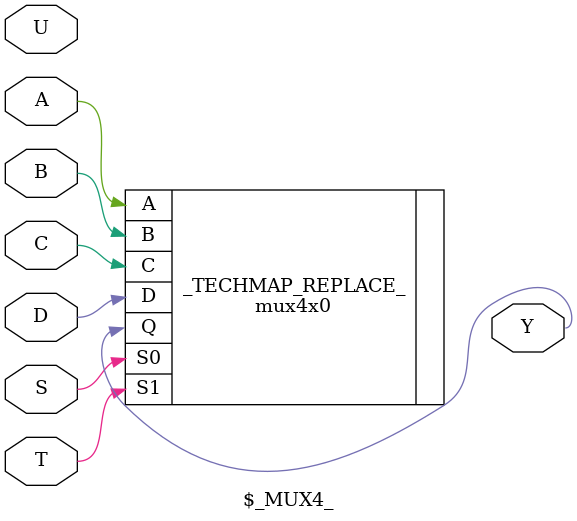
<source format=v>

module \$_MUX8_ (
    A,
    B,
    C,
    D,
    E,
    F,
    G,
    H,
    S,
    T,
    U,
    Y
);
  input A, B, C, D, E, F, G, H, S, T, U;
  output Y;
  mux8x0 _TECHMAP_REPLACE_ (
      .A (A),
      .B (B),
      .C (C),
      .D (D),
      .E (E),
      .F (F),
      .G (G),
      .H (H),
      .S0(S),
      .S1(T),
      .S2(U),
      .Q (Y)
  );
endmodule

module \$_MUX4_ (
    A,
    B,
    C,
    D,
    S,
    T,
    U,
    Y
);
  input A, B, C, D, S, T, U;
  output Y;
  mux4x0 _TECHMAP_REPLACE_ (
      .A (A),
      .B (B),
      .C (C),
      .D (D),
      .S0(S),
      .S1(T),
      .Q (Y)
  );
endmodule

</source>
